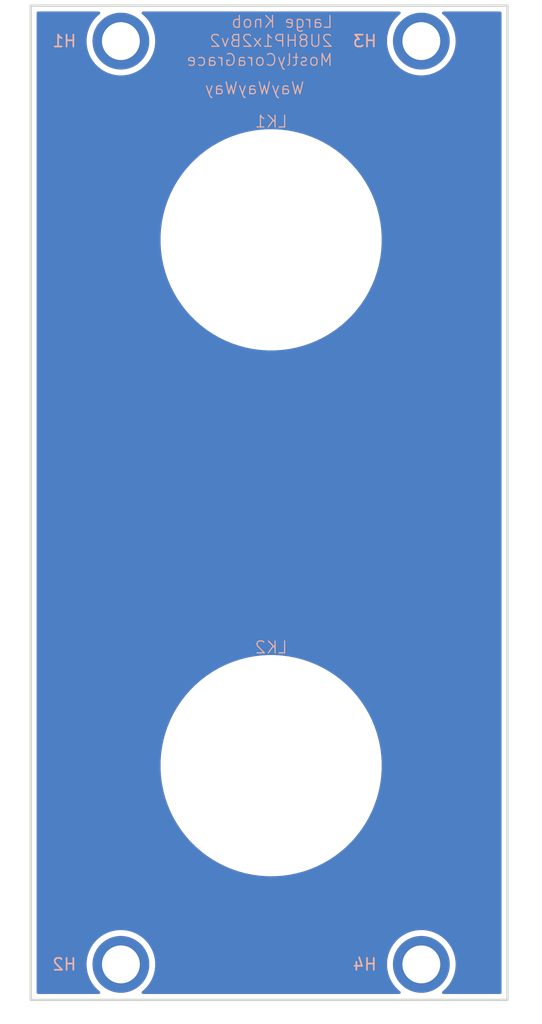
<source format=kicad_pcb>
(kicad_pcb (version 20241229) (generator "pcbnew") (generator_version "9.0")
  (layers (0 "F.Cu" signal) (2 "B.Cu" signal) (13 "F.Paste" user) (15 "B.Paste" user) (5 "F.SilkS" user "F.Silkscreen") (7 "B.SilkS" user "B.Silkscreen") (1 "F.Mask" user) (3 "B.Mask" user) (25 "Edge.Cuts" user))
  (net 0 "")
  (footprint "EXC:MountingHole_3.2mm_M3" (layer "F.Cu") (at 7.62 5.425)
    (property "Reference" "H1" (at -3.683 0 0) (layer "B.SilkS") (effects (justify left mirror)))
    (property "Value" "Eurorack_M3_MountingHole")
    (pad "" thru_hole circle (at 0 0) (size 4.8 4.8) (drill 3.2) (layers "*.Cu" "*.Mask"))
  )
  (footprint "EXC:Knob_Large_20mm" (layer "F.Cu") (at 20.32 66.675)
    (property "Reference" "LK2" (at 0 -10 0) (layer "B.SilkS") (effects (font (thickness 0.1)) (justify mirror)))
    (property "Value" "20mm Large Knob")
    (pad "" np_thru_hole circle (at 0 0) (size 18.2 18.2) (drill 18.2) (layers "*.Cu" "*.Mask"))
  )
  (footprint "EXC:Knob_Large_20mm" (layer "F.Cu") (at 20.32 22.225)
    (property "Reference" "LK1" (at 0 -10 0) (layer "B.SilkS") (effects (font (thickness 0.1)) (justify mirror)))
    (property "Value" "20mm Large Knob")
    (pad "" np_thru_hole circle (at 0 0) (size 18.2 18.2) (drill 18.2) (layers "*.Cu" "*.Mask"))
  )
  (footprint "EXC:MountingHole_3.2mm_M3" (layer "F.Cu") (at 33.02 83.475)
    (property "Reference" "H4" (at -3.683 0 0) (layer "B.SilkS") (effects (justify left mirror)))
    (property "Value" "Eurorack_M3_MountingHole")
    (pad "" thru_hole circle (at 0 0) (size 4.8 4.8) (drill 3.2) (layers "*.Cu" "*.Mask"))
  )
  (footprint "EXC:MountingHole_3.2mm_M3" (layer "F.Cu") (at 33.02 5.425)
    (property "Reference" "H3" (at -3.683 0 0) (layer "B.SilkS") (effects (justify left mirror)))
    (property "Value" "Eurorack_M3_MountingHole")
    (pad "" thru_hole circle (at 0 0) (size 4.8 4.8) (drill 3.2) (layers "*.Cu" "*.Mask"))
  )
  (footprint "EXC:MountingHole_3.2mm_M3" (layer "F.Cu") (at 7.62 83.475)
    (property "Reference" "H2" (at -3.683 0 0) (layer "B.SilkS") (effects (justify left mirror)))
    (property "Value" "Eurorack_M3_MountingHole")
    (pad "" thru_hole circle (at 0 0) (size 4.8 4.8) (drill 3.2) (layers "*.Cu" "*.Mask"))
  )
  (gr_rect (start 0 2.425) (end 40.3 86.475) (stroke (width 0.2)) (fill no) (layer "Edge.Cuts"))
  (gr_text "WayWayWay" (at 23.2 10 0) (layer "B.SilkS") (effects (font (size 1 1) (thickness 0.1)) (justify left bottom mirror)))
  (gr_text "Large Knob\n2U8HP1x2Bv2\nMostlyCoraGrace" (at 25.6 7.6 0) (layer "B.SilkS") (effects (font (size 1 1) (thickness 0.1)) (justify left bottom mirror)))
  (zone (net 0) (net_name "") (layers "F.Cu" "B.Cu") (connect_pads (clearance 0.5)) (min_thickness 0.25) (fill yes (thermal_gap 0.5) (thermal_bridge_width 0.5) (island_removal_mode 1) (island_area_min 10))
    (polygon (pts (xy 0 2.425) (xy 40.3 2.425) (xy 40.3 86.475) (xy 0 86.475)))
  )
)
</source>
